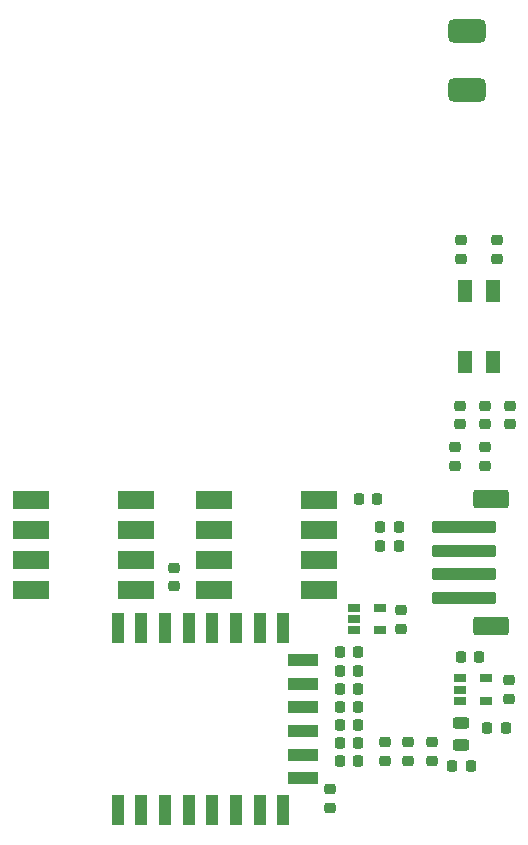
<source format=gtp>
G04 #@! TF.GenerationSoftware,KiCad,Pcbnew,7.0.2-6a45011f42~172~ubuntu22.04.1*
G04 #@! TF.CreationDate,2023-04-22T08:26:11-07:00*
G04 #@! TF.ProjectId,esp8266-plugpack,65737038-3236-4362-9d70-6c7567706163,rev?*
G04 #@! TF.SameCoordinates,Original*
G04 #@! TF.FileFunction,Paste,Top*
G04 #@! TF.FilePolarity,Positive*
%FSLAX46Y46*%
G04 Gerber Fmt 4.6, Leading zero omitted, Abs format (unit mm)*
G04 Created by KiCad (PCBNEW 7.0.2-6a45011f42~172~ubuntu22.04.1) date 2023-04-22 08:26:11*
%MOMM*%
%LPD*%
G01*
G04 APERTURE LIST*
G04 Aperture macros list*
%AMRoundRect*
0 Rectangle with rounded corners*
0 $1 Rounding radius*
0 $2 $3 $4 $5 $6 $7 $8 $9 X,Y pos of 4 corners*
0 Add a 4 corners polygon primitive as box body*
4,1,4,$2,$3,$4,$5,$6,$7,$8,$9,$2,$3,0*
0 Add four circle primitives for the rounded corners*
1,1,$1+$1,$2,$3*
1,1,$1+$1,$4,$5*
1,1,$1+$1,$6,$7*
1,1,$1+$1,$8,$9*
0 Add four rect primitives between the rounded corners*
20,1,$1+$1,$2,$3,$4,$5,0*
20,1,$1+$1,$4,$5,$6,$7,0*
20,1,$1+$1,$6,$7,$8,$9,0*
20,1,$1+$1,$8,$9,$2,$3,0*%
G04 Aperture macros list end*
%ADD10RoundRect,0.218750X-0.256250X0.218750X-0.256250X-0.218750X0.256250X-0.218750X0.256250X0.218750X0*%
%ADD11R,1.060000X0.650000*%
%ADD12RoundRect,0.218750X-0.218750X-0.256250X0.218750X-0.256250X0.218750X0.256250X-0.218750X0.256250X0*%
%ADD13RoundRect,0.218750X0.256250X-0.218750X0.256250X0.218750X-0.256250X0.218750X-0.256250X-0.218750X0*%
%ADD14R,3.100000X1.600000*%
%ADD15R,1.100000X2.500000*%
%ADD16R,2.500000X1.100000*%
%ADD17R,1.200000X1.840000*%
%ADD18RoundRect,0.218750X0.218750X0.256250X-0.218750X0.256250X-0.218750X-0.256250X0.218750X-0.256250X0*%
%ADD19RoundRect,0.392000X-1.183000X0.588000X-1.183000X-0.588000X1.183000X-0.588000X1.183000X0.588000X0*%
%ADD20RoundRect,0.250000X-2.500000X0.250000X-2.500000X-0.250000X2.500000X-0.250000X2.500000X0.250000X0*%
%ADD21RoundRect,0.250000X-1.250000X0.550000X-1.250000X-0.550000X1.250000X-0.550000X1.250000X0.550000X0*%
%ADD22RoundRect,0.243750X0.456250X-0.243750X0.456250X0.243750X-0.456250X0.243750X-0.456250X-0.243750X0*%
G04 APERTURE END LIST*
D10*
G04 #@! TO.C,R20*
X120600000Y-99712500D03*
X120600000Y-101287500D03*
G04 #@! TD*
G04 #@! TO.C,R2*
X113990000Y-128212500D03*
X113990000Y-129787500D03*
G04 #@! TD*
G04 #@! TO.C,R22*
X116400000Y-99712500D03*
X116400000Y-101287500D03*
G04 #@! TD*
D11*
G04 #@! TO.C,U3*
X116400000Y-122800000D03*
X116400000Y-123750000D03*
X116400000Y-124700000D03*
X118600000Y-124700000D03*
X118600000Y-122800000D03*
G04 #@! TD*
D10*
G04 #@! TO.C,R13*
X120500000Y-122962500D03*
X120500000Y-124537500D03*
G04 #@! TD*
D12*
G04 #@! TO.C,R16*
X109612500Y-110000000D03*
X111187500Y-110000000D03*
G04 #@! TD*
D13*
G04 #@! TO.C,C4*
X105400000Y-133775000D03*
X105400000Y-132200000D03*
G04 #@! TD*
D10*
G04 #@! TO.C,R7*
X112000000Y-128212500D03*
X112000000Y-129787500D03*
G04 #@! TD*
G04 #@! TO.C,C2*
X111400000Y-117012500D03*
X111400000Y-118587500D03*
G04 #@! TD*
D14*
G04 #@! TO.C,U4*
X88945000Y-115310000D03*
X88945000Y-112770000D03*
X88945000Y-110230000D03*
X88945000Y-107690000D03*
X80055000Y-107690000D03*
X80055000Y-110230000D03*
X80055000Y-112770000D03*
X80055000Y-115310000D03*
G04 #@! TD*
D10*
G04 #@! TO.C,R11*
X110000000Y-128212500D03*
X110000000Y-129787500D03*
G04 #@! TD*
D15*
G04 #@! TO.C,U2*
X87412500Y-133950000D03*
X89412500Y-133950000D03*
X91412500Y-133950000D03*
X93412500Y-133950000D03*
X95412500Y-133950000D03*
X97412500Y-133950000D03*
X99412500Y-133950000D03*
X101412500Y-133950000D03*
X101412500Y-118550000D03*
X99412500Y-118550000D03*
X97412500Y-118550000D03*
X95412500Y-118550000D03*
X93412500Y-118550000D03*
X91412500Y-118550000D03*
X89412500Y-118550000D03*
X87412500Y-118550000D03*
D16*
X103112500Y-131260000D03*
X103112500Y-129260000D03*
X103112500Y-127260000D03*
X103112500Y-125260000D03*
X103112500Y-123260000D03*
X103112500Y-121260000D03*
G04 #@! TD*
D10*
G04 #@! TO.C,R18*
X118510000Y-103212500D03*
X118510000Y-104787500D03*
G04 #@! TD*
D12*
G04 #@! TO.C,C1*
X106212500Y-128266665D03*
X107787500Y-128266665D03*
G04 #@! TD*
G04 #@! TO.C,R10*
X106212500Y-120600000D03*
X107787500Y-120600000D03*
G04 #@! TD*
D17*
G04 #@! TO.C,D1*
X119200000Y-90000000D03*
X116800000Y-90000000D03*
X116800000Y-96000000D03*
X119200000Y-96000000D03*
G04 #@! TD*
D18*
G04 #@! TO.C,R3*
X107787500Y-125199999D03*
X106212500Y-125199999D03*
G04 #@! TD*
D12*
G04 #@! TO.C,C3*
X116462500Y-121000000D03*
X118037500Y-121000000D03*
G04 #@! TD*
D11*
G04 #@! TO.C,U5*
X107400000Y-116800000D03*
X107400000Y-117750000D03*
X107400000Y-118700000D03*
X109600000Y-118700000D03*
X109600000Y-116800000D03*
G04 #@! TD*
D19*
G04 #@! TO.C,F1*
X117000000Y-68000000D03*
X117000000Y-73000000D03*
G04 #@! TD*
D18*
G04 #@! TO.C,R4*
X107787500Y-123666666D03*
X106212500Y-123666666D03*
G04 #@! TD*
G04 #@! TO.C,C5*
X120287500Y-127000000D03*
X118712500Y-127000000D03*
G04 #@! TD*
D20*
G04 #@! TO.C,J2*
X116750000Y-110000000D03*
X116750000Y-112000000D03*
X116750000Y-114000000D03*
X116750000Y-116000000D03*
D21*
X119000000Y-107600000D03*
X119000000Y-118400000D03*
G04 #@! TD*
D10*
G04 #@! TO.C,R21*
X118490000Y-99712500D03*
X118490000Y-101287500D03*
G04 #@! TD*
D12*
G04 #@! TO.C,R17*
X109612500Y-111600000D03*
X111187500Y-111600000D03*
G04 #@! TD*
D18*
G04 #@! TO.C,R14*
X109387500Y-107600000D03*
X107812500Y-107600000D03*
G04 #@! TD*
D12*
G04 #@! TO.C,R6*
X115712500Y-130250000D03*
X117287500Y-130250000D03*
G04 #@! TD*
D13*
G04 #@! TO.C,R5*
X119500000Y-87287500D03*
X119500000Y-85712500D03*
G04 #@! TD*
D14*
G04 #@! TO.C,U1*
X104445000Y-115310000D03*
X104445000Y-112770000D03*
X104445000Y-110230000D03*
X104445000Y-107690000D03*
X95555000Y-107690000D03*
X95555000Y-110230000D03*
X95555000Y-112770000D03*
X95555000Y-115310000D03*
G04 #@! TD*
D10*
G04 #@! TO.C,R8*
X116500000Y-85712500D03*
X116500000Y-87287500D03*
G04 #@! TD*
D18*
G04 #@! TO.C,R12*
X107787500Y-126733332D03*
X106212500Y-126733332D03*
G04 #@! TD*
G04 #@! TO.C,R9*
X107787500Y-122133333D03*
X106212500Y-122133333D03*
G04 #@! TD*
G04 #@! TO.C,R1*
X107787500Y-129800000D03*
X106212500Y-129800000D03*
G04 #@! TD*
D13*
G04 #@! TO.C,R15*
X92200000Y-114987500D03*
X92200000Y-113412500D03*
G04 #@! TD*
D22*
G04 #@! TO.C,D2*
X116500000Y-128437500D03*
X116500000Y-126562500D03*
G04 #@! TD*
D10*
G04 #@! TO.C,R19*
X116000000Y-103212500D03*
X116000000Y-104787500D03*
G04 #@! TD*
M02*

</source>
